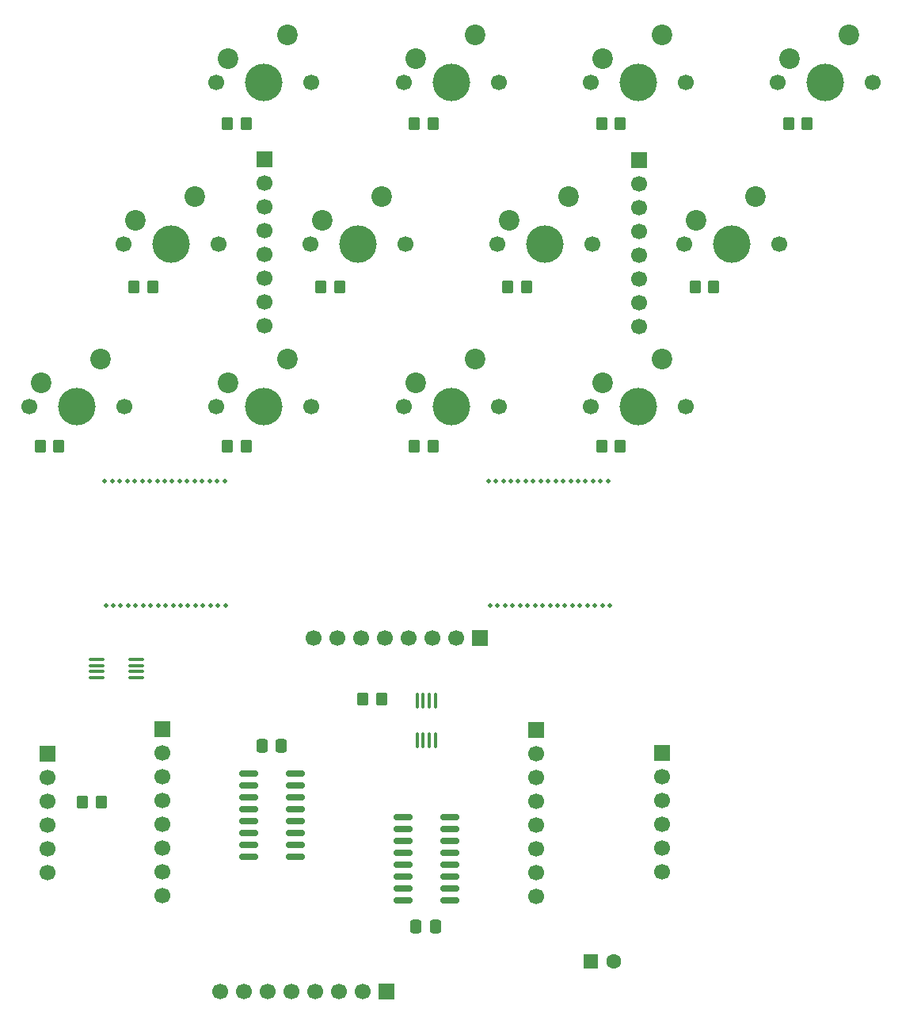
<source format=gbr>
%TF.GenerationSoftware,KiCad,Pcbnew,9.0.3+dfsg-1*%
%TF.CreationDate,2026-02-26T14:57:31+01:00*%
%TF.ProjectId,tastiera_isomorfa,74617374-6965-4726-915f-69736f6d6f72,rev?*%
%TF.SameCoordinates,Original*%
%TF.FileFunction,Soldermask,Bot*%
%TF.FilePolarity,Negative*%
%FSLAX46Y46*%
G04 Gerber Fmt 4.6, Leading zero omitted, Abs format (unit mm)*
G04 Created by KiCad (PCBNEW 9.0.3+dfsg-1) date 2026-02-26 14:57:31*
%MOMM*%
%LPD*%
G01*
G04 APERTURE LIST*
G04 Aperture macros list*
%AMRoundRect*
0 Rectangle with rounded corners*
0 $1 Rounding radius*
0 $2 $3 $4 $5 $6 $7 $8 $9 X,Y pos of 4 corners*
0 Add a 4 corners polygon primitive as box body*
4,1,4,$2,$3,$4,$5,$6,$7,$8,$9,$2,$3,0*
0 Add four circle primitives for the rounded corners*
1,1,$1+$1,$2,$3*
1,1,$1+$1,$4,$5*
1,1,$1+$1,$6,$7*
1,1,$1+$1,$8,$9*
0 Add four rect primitives between the rounded corners*
20,1,$1+$1,$2,$3,$4,$5,0*
20,1,$1+$1,$4,$5,$6,$7,0*
20,1,$1+$1,$6,$7,$8,$9,0*
20,1,$1+$1,$8,$9,$2,$3,0*%
G04 Aperture macros list end*
%ADD10C,0.500000*%
%ADD11R,1.700000X1.700000*%
%ADD12C,1.700000*%
%ADD13C,4.000000*%
%ADD14C,2.200000*%
%ADD15RoundRect,0.250000X-0.550000X-0.550000X0.550000X-0.550000X0.550000X0.550000X-0.550000X0.550000X0*%
%ADD16C,1.600000*%
%ADD17RoundRect,0.250000X-0.350000X-0.450000X0.350000X-0.450000X0.350000X0.450000X-0.350000X0.450000X0*%
%ADD18RoundRect,0.150000X0.825000X0.150000X-0.825000X0.150000X-0.825000X-0.150000X0.825000X-0.150000X0*%
%ADD19RoundRect,0.150000X-0.825000X-0.150000X0.825000X-0.150000X0.825000X0.150000X-0.825000X0.150000X0*%
%ADD20RoundRect,0.250000X0.350000X0.450000X-0.350000X0.450000X-0.350000X-0.450000X0.350000X-0.450000X0*%
%ADD21RoundRect,0.250000X-0.337500X-0.475000X0.337500X-0.475000X0.337500X0.475000X-0.337500X0.475000X0*%
%ADD22RoundRect,0.250000X0.337500X0.475000X-0.337500X0.475000X-0.337500X-0.475000X0.337500X-0.475000X0*%
%ADD23RoundRect,0.100000X0.100000X-0.712500X0.100000X0.712500X-0.100000X0.712500X-0.100000X-0.712500X0*%
%ADD24RoundRect,0.100000X0.712500X0.100000X-0.712500X0.100000X-0.712500X-0.100000X0.712500X-0.100000X0*%
G04 APERTURE END LIST*
D10*
%TO.C,REF\u002A\u002A19*%
X172700000Y-95750000D03*
%TD*%
%TO.C,REF\u002A\u002A14*%
X168700000Y-95750000D03*
%TD*%
%TO.C,REF\u002A\u002A7*%
X163100000Y-95750000D03*
%TD*%
%TO.C,REF\u002A\u002A10*%
X165500000Y-95750000D03*
%TD*%
%TO.C,REF\u002A\u002A3*%
X159900000Y-95750000D03*
%TD*%
%TO.C,REF\u002A\u002A6*%
X162300000Y-95750000D03*
%TD*%
%TO.C,REF\u002A\u002A17*%
X171100000Y-95750000D03*
%TD*%
%TO.C,REF\u002A\u002A16*%
X170300000Y-95750000D03*
%TD*%
%TO.C,REF\u002A\u002A9*%
X164700000Y-95750000D03*
%TD*%
%TO.C,REF\u002A\u002A4*%
X160700000Y-95750000D03*
%TD*%
%TO.C,REF\u002A\u002A8*%
X163900000Y-95750000D03*
%TD*%
%TO.C,REF\u002A\u002A13*%
X167900000Y-95750000D03*
%TD*%
%TO.C,REF\u002A\u002A12*%
X167100000Y-95750000D03*
%TD*%
%TO.C,REF\u002A\u002A11*%
X166300000Y-95750000D03*
%TD*%
%TO.C,REF\u002A\u002A18*%
X171900000Y-95750000D03*
%TD*%
%TO.C,REF\u002A\u002A5*%
X161500000Y-95750000D03*
%TD*%
%TO.C,REF\u002A\u002A15*%
X169500000Y-95750000D03*
%TD*%
%TO.C,REF\u002A\u002A14*%
X169700000Y-109000000D03*
%TD*%
%TO.C,REF\u002A\u002A7*%
X164100000Y-109000000D03*
%TD*%
%TO.C,REF\u002A\u002A10*%
X166500000Y-109000000D03*
%TD*%
%TO.C,REF\u002A\u002A3*%
X160900000Y-109000000D03*
%TD*%
%TO.C,REF\u002A\u002A6*%
X163300000Y-109000000D03*
%TD*%
%TO.C,REF\u002A\u002A17*%
X172100000Y-109000000D03*
%TD*%
%TO.C,REF\u002A\u002A16*%
X171300000Y-109000000D03*
%TD*%
%TO.C,REF\u002A\u002A9*%
X165700000Y-109000000D03*
%TD*%
%TO.C,REF\u002A\u002A4*%
X161700000Y-109000000D03*
%TD*%
%TO.C,REF\u002A\u002A8*%
X164900000Y-109000000D03*
%TD*%
%TO.C,REF\u002A\u002A2*%
X160100000Y-109000000D03*
%TD*%
%TO.C,REF\u002A\u002A13*%
X168900000Y-109000000D03*
%TD*%
%TO.C,REF\u002A\u002A12*%
X168100000Y-109000000D03*
%TD*%
%TO.C,REF\u002A\u002A11*%
X167300000Y-109000000D03*
%TD*%
%TO.C,REF\u002A\u002A18*%
X172900000Y-109000000D03*
%TD*%
%TO.C,REF\u002A\u002A5*%
X162500000Y-109000000D03*
%TD*%
%TO.C,REF\u002A\u002A15*%
X170500000Y-109000000D03*
%TD*%
%TO.C,REF\u002A\u002A19*%
X131700000Y-95750000D03*
%TD*%
%TO.C,REF\u002A\u002A14*%
X127700000Y-95750000D03*
%TD*%
%TO.C,REF\u002A\u002A7*%
X122100000Y-95750000D03*
%TD*%
%TO.C,REF\u002A\u002A10*%
X124500000Y-95750000D03*
%TD*%
%TO.C,REF\u002A\u002A3*%
X118900000Y-95750000D03*
%TD*%
%TO.C,REF\u002A\u002A6*%
X121300000Y-95750000D03*
%TD*%
%TO.C,REF\u002A\u002A17*%
X130100000Y-95750000D03*
%TD*%
%TO.C,REF\u002A\u002A16*%
X129300000Y-95750000D03*
%TD*%
%TO.C,REF\u002A\u002A9*%
X123700000Y-95750000D03*
%TD*%
%TO.C,REF\u002A\u002A4*%
X119700000Y-95750000D03*
%TD*%
%TO.C,REF\u002A\u002A8*%
X122900000Y-95750000D03*
%TD*%
%TO.C,REF\u002A\u002A13*%
X126900000Y-95750000D03*
%TD*%
%TO.C,REF\u002A\u002A12*%
X126100000Y-95750000D03*
%TD*%
%TO.C,REF\u002A\u002A11*%
X125300000Y-95750000D03*
%TD*%
%TO.C,REF\u002A\u002A18*%
X130900000Y-95750000D03*
%TD*%
%TO.C,REF\u002A\u002A5*%
X120500000Y-95750000D03*
%TD*%
%TO.C,REF\u002A\u002A15*%
X128500000Y-95750000D03*
%TD*%
%TO.C,REF\u002A\u002A15*%
X128600000Y-109000000D03*
%TD*%
%TO.C,REF\u002A\u002A5*%
X120600000Y-109000000D03*
%TD*%
%TO.C,REF\u002A\u002A18*%
X131000000Y-109000000D03*
%TD*%
%TO.C,REF\u002A\u002A11*%
X125400000Y-109000000D03*
%TD*%
%TO.C,REF\u002A\u002A12*%
X126200000Y-109000000D03*
%TD*%
%TO.C,REF\u002A\u002A13*%
X127000000Y-109000000D03*
%TD*%
%TO.C,REF\u002A\u002A8*%
X123000000Y-109000000D03*
%TD*%
%TO.C,REF\u002A\u002A4*%
X119800000Y-109000000D03*
%TD*%
%TO.C,REF\u002A\u002A9*%
X123800000Y-109000000D03*
%TD*%
%TO.C,REF\u002A\u002A16*%
X129400000Y-109000000D03*
%TD*%
%TO.C,REF\u002A\u002A17*%
X130200000Y-109000000D03*
%TD*%
%TO.C,REF\u002A\u002A6*%
X121400000Y-109000000D03*
%TD*%
%TO.C,REF\u002A\u002A3*%
X119000000Y-109000000D03*
%TD*%
%TO.C,REF\u002A\u002A10*%
X124600000Y-109000000D03*
%TD*%
%TO.C,REF\u002A\u002A7*%
X122200000Y-109000000D03*
%TD*%
%TO.C,REF\u002A\u002A14*%
X127800000Y-109000000D03*
%TD*%
%TO.C,REF\u002A\u002A19*%
X131800000Y-109000000D03*
%TD*%
D11*
%TO.C,J101*%
X112790000Y-124800000D03*
D12*
X112790000Y-127340000D03*
X112790000Y-129880000D03*
X112790000Y-132420000D03*
X112790000Y-134960000D03*
X112790000Y-137500000D03*
%TD*%
%TO.C,SW106*%
X110840000Y-87720000D03*
D13*
X115920000Y-87720000D03*
D12*
X121000000Y-87720000D03*
D14*
X118460000Y-82640000D03*
X112110000Y-85180000D03*
%TD*%
D12*
%TO.C,SW111*%
X170880000Y-87720000D03*
D13*
X175960000Y-87720000D03*
D12*
X181040000Y-87720000D03*
D14*
X178500000Y-82640000D03*
X172150000Y-85180000D03*
%TD*%
D12*
%TO.C,SW110*%
X160880000Y-70400000D03*
D13*
X165960000Y-70400000D03*
D12*
X171040000Y-70400000D03*
D14*
X168500000Y-65320000D03*
X162150000Y-67860000D03*
%TD*%
D12*
%TO.C,SW112*%
X150840000Y-87720000D03*
D13*
X155920000Y-87720000D03*
D12*
X161000000Y-87720000D03*
D14*
X158460000Y-82640000D03*
X152110000Y-85180000D03*
%TD*%
D12*
%TO.C,SW105*%
X130840000Y-87720000D03*
D13*
X135920000Y-87720000D03*
D12*
X141000000Y-87720000D03*
D14*
X138460000Y-82640000D03*
X132110000Y-85180000D03*
%TD*%
D11*
%TO.C,J104*%
X178440000Y-124765000D03*
D12*
X178440000Y-127305000D03*
X178440000Y-129845000D03*
X178440000Y-132385000D03*
X178440000Y-134925000D03*
X178440000Y-137465000D03*
%TD*%
%TO.C,SW104*%
X120880000Y-70400000D03*
D13*
X125960000Y-70400000D03*
D12*
X131040000Y-70400000D03*
D14*
X128500000Y-65320000D03*
X122150000Y-67860000D03*
%TD*%
D12*
%TO.C,SW109*%
X180880000Y-70400000D03*
D13*
X185960000Y-70400000D03*
D12*
X191040000Y-70400000D03*
D14*
X188500000Y-65320000D03*
X182150000Y-67860000D03*
%TD*%
D11*
%TO.C,J106*%
X125040000Y-122220000D03*
D12*
X125040000Y-124760000D03*
X125040000Y-127300000D03*
X125040000Y-129840000D03*
X125040000Y-132380000D03*
X125040000Y-134920000D03*
X125040000Y-137460000D03*
X125040000Y-140000000D03*
%TD*%
D11*
%TO.C,J105*%
X165040000Y-122260000D03*
D12*
X165040000Y-124800000D03*
X165040000Y-127340000D03*
X165040000Y-129880000D03*
X165040000Y-132420000D03*
X165040000Y-134960000D03*
X165040000Y-137500000D03*
X165040000Y-140040000D03*
%TD*%
D15*
%TO.C,C105*%
X170817600Y-147000000D03*
D16*
X173317600Y-147000000D03*
%TD*%
D11*
%TO.C,J102*%
X159040000Y-112500000D03*
D12*
X156500000Y-112500000D03*
X153960000Y-112500000D03*
X151420000Y-112500000D03*
X148880000Y-112500000D03*
X146340000Y-112500000D03*
X143800000Y-112500000D03*
X141260000Y-112500000D03*
%TD*%
%TO.C,SW103*%
X140880000Y-70400000D03*
D13*
X145960000Y-70400000D03*
D12*
X151040000Y-70400000D03*
D14*
X148500000Y-65320000D03*
X142150000Y-67860000D03*
%TD*%
D11*
%TO.C,J103*%
X149040000Y-150250000D03*
D12*
X146500000Y-150250000D03*
X143960000Y-150250000D03*
X141420000Y-150250000D03*
X138880000Y-150250000D03*
X136340000Y-150250000D03*
X133800000Y-150250000D03*
X131260000Y-150250000D03*
%TD*%
D17*
%TO.C,R113*%
X122000000Y-75000000D03*
X124000000Y-75000000D03*
%TD*%
D18*
%TO.C,U109*%
X155750000Y-131630000D03*
X155750000Y-132900000D03*
X155750000Y-134170000D03*
X155750000Y-135440000D03*
X155750000Y-136710000D03*
X155750000Y-137980000D03*
X155750000Y-139250000D03*
X155750000Y-140520000D03*
X150800000Y-140520000D03*
X150800000Y-139250000D03*
X150800000Y-137980000D03*
X150800000Y-136710000D03*
X150800000Y-135440000D03*
X150800000Y-134170000D03*
X150800000Y-132900000D03*
X150800000Y-131630000D03*
%TD*%
D17*
%TO.C,R115*%
X112000000Y-92000000D03*
X114000000Y-92000000D03*
%TD*%
D19*
%TO.C,U104*%
X134300000Y-135870000D03*
X134300000Y-134600000D03*
X134300000Y-133330000D03*
X134300000Y-132060000D03*
X134300000Y-130790000D03*
X134300000Y-129520000D03*
X134300000Y-128250000D03*
X134300000Y-126980000D03*
X139250000Y-126980000D03*
X139250000Y-128250000D03*
X139250000Y-129520000D03*
X139250000Y-130790000D03*
X139250000Y-132060000D03*
X139250000Y-133330000D03*
X139250000Y-134600000D03*
X139250000Y-135870000D03*
%TD*%
D17*
%TO.C,R120*%
X172000000Y-92000000D03*
X174000000Y-92000000D03*
%TD*%
D20*
%TO.C,R108*%
X148500000Y-119000000D03*
X146500000Y-119000000D03*
%TD*%
D17*
%TO.C,R114*%
X132000000Y-92000000D03*
X134000000Y-92000000D03*
%TD*%
%TO.C,R121*%
X152000000Y-92000000D03*
X154000000Y-92000000D03*
%TD*%
D11*
%TO.C,J107*%
X176000000Y-61380000D03*
D12*
X176000000Y-63920000D03*
X176000000Y-66460000D03*
X176000000Y-69000000D03*
X176000000Y-71540000D03*
X176000000Y-74080000D03*
X176000000Y-76620000D03*
X176000000Y-79160000D03*
%TD*%
D21*
%TO.C,C101*%
X152175000Y-143250000D03*
X154250000Y-143250000D03*
%TD*%
D22*
%TO.C,C102*%
X137787500Y-124000000D03*
X135712500Y-124000000D03*
%TD*%
D17*
%TO.C,R119*%
X162000000Y-75000000D03*
X164000000Y-75000000D03*
%TD*%
D23*
%TO.C,U107*%
X154225000Y-123362500D03*
X153575000Y-123362500D03*
X152925000Y-123362500D03*
X152275000Y-123362500D03*
X152275000Y-119137500D03*
X152925000Y-119137500D03*
X153575000Y-119137500D03*
X154225000Y-119137500D03*
%TD*%
D11*
%TO.C,J108*%
X136000000Y-61300000D03*
D12*
X136000000Y-63840000D03*
X136000000Y-66380000D03*
X136000000Y-68920000D03*
X136000000Y-71460000D03*
X136000000Y-74000000D03*
X136000000Y-76540000D03*
X136000000Y-79080000D03*
%TD*%
D24*
%TO.C,U101*%
X122225000Y-114750000D03*
X122225000Y-115400000D03*
X122225000Y-116050000D03*
X122225000Y-116700000D03*
X118000000Y-116700000D03*
X118000000Y-116050000D03*
X118000000Y-115400000D03*
X118000000Y-114750000D03*
%TD*%
D17*
%TO.C,R112*%
X142000000Y-75000000D03*
X144000000Y-75000000D03*
%TD*%
%TO.C,R101*%
X116500000Y-130000000D03*
X118500000Y-130000000D03*
%TD*%
%TO.C,R118*%
X182000000Y-75000000D03*
X184000000Y-75000000D03*
%TD*%
%TO.C,R110*%
X154000000Y-57500000D03*
X152000000Y-57500000D03*
%TD*%
%TO.C,R117*%
X174000000Y-57500000D03*
X172000000Y-57500000D03*
%TD*%
D14*
%TO.C,SW107*%
X192110000Y-50540000D03*
X198460000Y-48000000D03*
D12*
X201000000Y-53080000D03*
D13*
X195920000Y-53080000D03*
D12*
X190840000Y-53080000D03*
%TD*%
D17*
%TO.C,R111*%
X134000000Y-57500000D03*
X132000000Y-57500000D03*
%TD*%
D12*
%TO.C,SW102*%
X130840000Y-53080000D03*
D13*
X135920000Y-53080000D03*
D12*
X141000000Y-53080000D03*
D14*
X138460000Y-48000000D03*
X132110000Y-50540000D03*
%TD*%
D17*
%TO.C,R116*%
X194000000Y-57500000D03*
X192000000Y-57500000D03*
%TD*%
D14*
%TO.C,SW108*%
X172110000Y-50540000D03*
X178460000Y-48000000D03*
D12*
X181000000Y-53080000D03*
D13*
X175920000Y-53080000D03*
D12*
X170840000Y-53080000D03*
%TD*%
D14*
%TO.C,SW101*%
X152110000Y-50540000D03*
X158460000Y-48000000D03*
D12*
X161000000Y-53080000D03*
D13*
X155920000Y-53080000D03*
D12*
X150840000Y-53080000D03*
%TD*%
M02*

</source>
